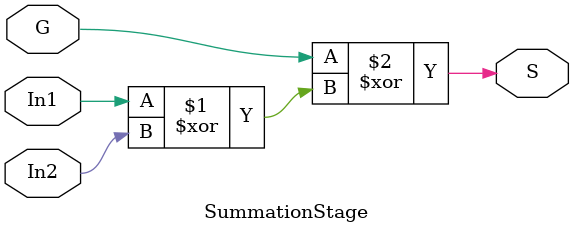
<source format=v>
module SummationStage (
    input  wire In1,
    input  wire In2,
    input  wire G,
    output wire S
);

assign S = G ^ (In1 ^ In2);
    
endmodule
</source>
